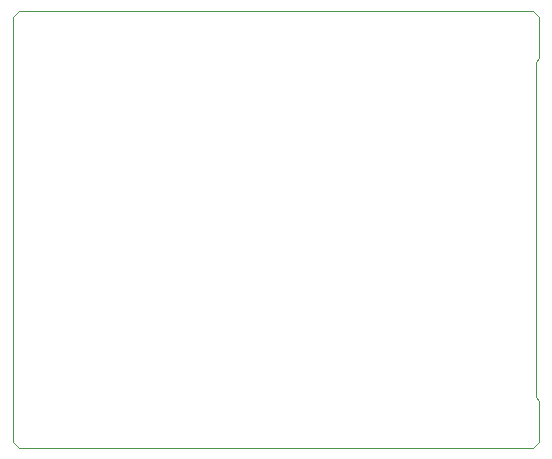
<source format=gbr>
%TF.GenerationSoftware,KiCad,Pcbnew,(5.1.9-0-10_14)*%
%TF.CreationDate,2021-03-08T10:55:06+00:00*%
%TF.ProjectId,EnvMon,456e764d-6f6e-42e6-9b69-6361645f7063,1*%
%TF.SameCoordinates,Original*%
%TF.FileFunction,Profile,NP*%
%FSLAX46Y46*%
G04 Gerber Fmt 4.6, Leading zero omitted, Abs format (unit mm)*
G04 Created by KiCad (PCBNEW (5.1.9-0-10_14)) date 2021-03-08 10:55:06*
%MOMM*%
%LPD*%
G01*
G04 APERTURE LIST*
%TA.AperFunction,Profile*%
%ADD10C,0.050000*%
%TD*%
G04 APERTURE END LIST*
D10*
X119900000Y-114900000D02*
X119900000Y-78900000D01*
X120400000Y-115400000D02*
X119900000Y-114900000D01*
X163900000Y-115400000D02*
X120400000Y-115400000D01*
X164400000Y-114900000D02*
X163900000Y-115400000D01*
X164400000Y-111400000D02*
X164400000Y-114900000D01*
X164100000Y-111100000D02*
X164400000Y-111400000D01*
X164100000Y-82700000D02*
X164100000Y-111100000D01*
X164400000Y-82400000D02*
X164100000Y-82700000D01*
X164400000Y-78900000D02*
X164400000Y-82400000D01*
X163900000Y-78400000D02*
X164400000Y-78900000D01*
X120400000Y-78400000D02*
X163900000Y-78400000D01*
X119900000Y-78900000D02*
X120400000Y-78400000D01*
M02*

</source>
